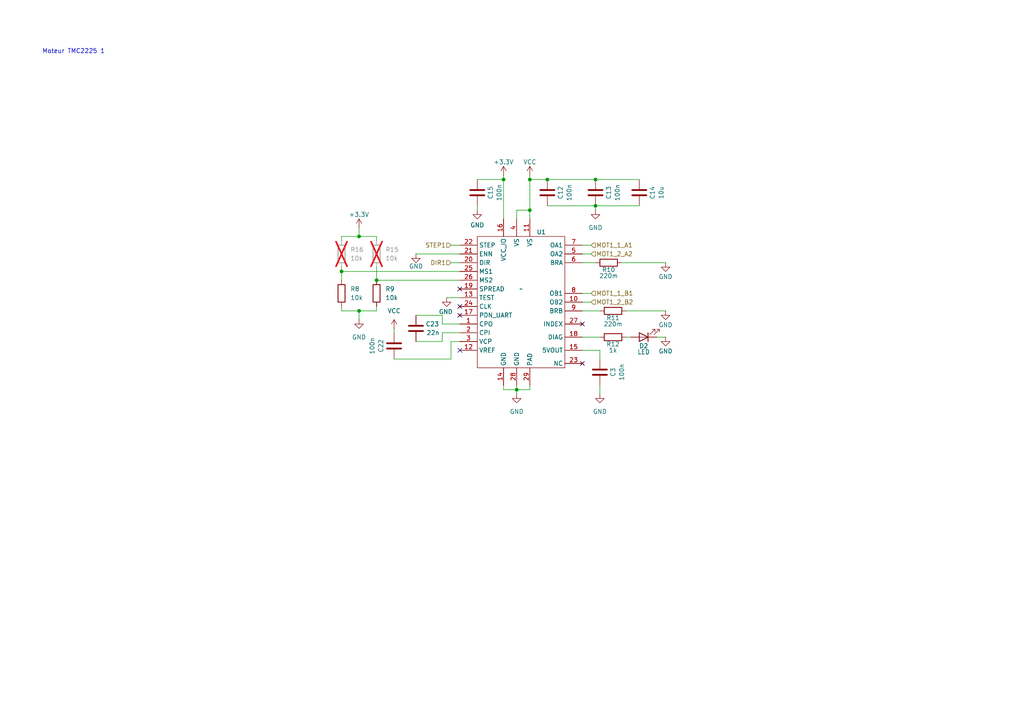
<source format=kicad_sch>
(kicad_sch
	(version 20250114)
	(generator "eeschema")
	(generator_version "9.0")
	(uuid "fc9094f0-6d8b-46ab-a227-23a41fce7153")
	(paper "A4")
	(lib_symbols
		(symbol "Device:C"
			(pin_numbers
				(hide yes)
			)
			(pin_names
				(offset 0.254)
			)
			(exclude_from_sim no)
			(in_bom yes)
			(on_board yes)
			(property "Reference" "C"
				(at 0.635 2.54 0)
				(effects
					(font
						(size 1.27 1.27)
					)
					(justify left)
				)
			)
			(property "Value" "C"
				(at 0.635 -2.54 0)
				(effects
					(font
						(size 1.27 1.27)
					)
					(justify left)
				)
			)
			(property "Footprint" ""
				(at 0.9652 -3.81 0)
				(effects
					(font
						(size 1.27 1.27)
					)
					(hide yes)
				)
			)
			(property "Datasheet" "~"
				(at 0 0 0)
				(effects
					(font
						(size 1.27 1.27)
					)
					(hide yes)
				)
			)
			(property "Description" "Unpolarized capacitor"
				(at 0 0 0)
				(effects
					(font
						(size 1.27 1.27)
					)
					(hide yes)
				)
			)
			(property "ki_keywords" "cap capacitor"
				(at 0 0 0)
				(effects
					(font
						(size 1.27 1.27)
					)
					(hide yes)
				)
			)
			(property "ki_fp_filters" "C_*"
				(at 0 0 0)
				(effects
					(font
						(size 1.27 1.27)
					)
					(hide yes)
				)
			)
			(symbol "C_0_1"
				(polyline
					(pts
						(xy -2.032 0.762) (xy 2.032 0.762)
					)
					(stroke
						(width 0.508)
						(type default)
					)
					(fill
						(type none)
					)
				)
				(polyline
					(pts
						(xy -2.032 -0.762) (xy 2.032 -0.762)
					)
					(stroke
						(width 0.508)
						(type default)
					)
					(fill
						(type none)
					)
				)
			)
			(symbol "C_1_1"
				(pin passive line
					(at 0 3.81 270)
					(length 2.794)
					(name "~"
						(effects
							(font
								(size 1.27 1.27)
							)
						)
					)
					(number "1"
						(effects
							(font
								(size 1.27 1.27)
							)
						)
					)
				)
				(pin passive line
					(at 0 -3.81 90)
					(length 2.794)
					(name "~"
						(effects
							(font
								(size 1.27 1.27)
							)
						)
					)
					(number "2"
						(effects
							(font
								(size 1.27 1.27)
							)
						)
					)
				)
			)
			(embedded_fonts no)
		)
		(symbol "Device:LED"
			(pin_numbers
				(hide yes)
			)
			(pin_names
				(offset 1.016)
				(hide yes)
			)
			(exclude_from_sim no)
			(in_bom yes)
			(on_board yes)
			(property "Reference" "D"
				(at 0 2.54 0)
				(effects
					(font
						(size 1.27 1.27)
					)
				)
			)
			(property "Value" "LED"
				(at 0 -2.54 0)
				(effects
					(font
						(size 1.27 1.27)
					)
				)
			)
			(property "Footprint" ""
				(at 0 0 0)
				(effects
					(font
						(size 1.27 1.27)
					)
					(hide yes)
				)
			)
			(property "Datasheet" "~"
				(at 0 0 0)
				(effects
					(font
						(size 1.27 1.27)
					)
					(hide yes)
				)
			)
			(property "Description" "Light emitting diode"
				(at 0 0 0)
				(effects
					(font
						(size 1.27 1.27)
					)
					(hide yes)
				)
			)
			(property "Sim.Pins" "1=K 2=A"
				(at 0 0 0)
				(effects
					(font
						(size 1.27 1.27)
					)
					(hide yes)
				)
			)
			(property "ki_keywords" "LED diode"
				(at 0 0 0)
				(effects
					(font
						(size 1.27 1.27)
					)
					(hide yes)
				)
			)
			(property "ki_fp_filters" "LED* LED_SMD:* LED_THT:*"
				(at 0 0 0)
				(effects
					(font
						(size 1.27 1.27)
					)
					(hide yes)
				)
			)
			(symbol "LED_0_1"
				(polyline
					(pts
						(xy -3.048 -0.762) (xy -4.572 -2.286) (xy -3.81 -2.286) (xy -4.572 -2.286) (xy -4.572 -1.524)
					)
					(stroke
						(width 0)
						(type default)
					)
					(fill
						(type none)
					)
				)
				(polyline
					(pts
						(xy -1.778 -0.762) (xy -3.302 -2.286) (xy -2.54 -2.286) (xy -3.302 -2.286) (xy -3.302 -1.524)
					)
					(stroke
						(width 0)
						(type default)
					)
					(fill
						(type none)
					)
				)
				(polyline
					(pts
						(xy -1.27 0) (xy 1.27 0)
					)
					(stroke
						(width 0)
						(type default)
					)
					(fill
						(type none)
					)
				)
				(polyline
					(pts
						(xy -1.27 -1.27) (xy -1.27 1.27)
					)
					(stroke
						(width 0.254)
						(type default)
					)
					(fill
						(type none)
					)
				)
				(polyline
					(pts
						(xy 1.27 -1.27) (xy 1.27 1.27) (xy -1.27 0) (xy 1.27 -1.27)
					)
					(stroke
						(width 0.254)
						(type default)
					)
					(fill
						(type none)
					)
				)
			)
			(symbol "LED_1_1"
				(pin passive line
					(at -3.81 0 0)
					(length 2.54)
					(name "K"
						(effects
							(font
								(size 1.27 1.27)
							)
						)
					)
					(number "1"
						(effects
							(font
								(size 1.27 1.27)
							)
						)
					)
				)
				(pin passive line
					(at 3.81 0 180)
					(length 2.54)
					(name "A"
						(effects
							(font
								(size 1.27 1.27)
							)
						)
					)
					(number "2"
						(effects
							(font
								(size 1.27 1.27)
							)
						)
					)
				)
			)
			(embedded_fonts no)
		)
		(symbol "Device:R"
			(pin_numbers
				(hide yes)
			)
			(pin_names
				(offset 0)
			)
			(exclude_from_sim no)
			(in_bom yes)
			(on_board yes)
			(property "Reference" "R"
				(at 2.032 0 90)
				(effects
					(font
						(size 1.27 1.27)
					)
				)
			)
			(property "Value" "R"
				(at 0 0 90)
				(effects
					(font
						(size 1.27 1.27)
					)
				)
			)
			(property "Footprint" ""
				(at -1.778 0 90)
				(effects
					(font
						(size 1.27 1.27)
					)
					(hide yes)
				)
			)
			(property "Datasheet" "~"
				(at 0 0 0)
				(effects
					(font
						(size 1.27 1.27)
					)
					(hide yes)
				)
			)
			(property "Description" "Resistor"
				(at 0 0 0)
				(effects
					(font
						(size 1.27 1.27)
					)
					(hide yes)
				)
			)
			(property "ki_keywords" "R res resistor"
				(at 0 0 0)
				(effects
					(font
						(size 1.27 1.27)
					)
					(hide yes)
				)
			)
			(property "ki_fp_filters" "R_*"
				(at 0 0 0)
				(effects
					(font
						(size 1.27 1.27)
					)
					(hide yes)
				)
			)
			(symbol "R_0_1"
				(rectangle
					(start -1.016 -2.54)
					(end 1.016 2.54)
					(stroke
						(width 0.254)
						(type default)
					)
					(fill
						(type none)
					)
				)
			)
			(symbol "R_1_1"
				(pin passive line
					(at 0 3.81 270)
					(length 1.27)
					(name "~"
						(effects
							(font
								(size 1.27 1.27)
							)
						)
					)
					(number "1"
						(effects
							(font
								(size 1.27 1.27)
							)
						)
					)
				)
				(pin passive line
					(at 0 -3.81 90)
					(length 1.27)
					(name "~"
						(effects
							(font
								(size 1.27 1.27)
							)
						)
					)
					(number "2"
						(effects
							(font
								(size 1.27 1.27)
							)
						)
					)
				)
			)
			(embedded_fonts no)
		)
		(symbol "My_Lib:TMC2225"
			(exclude_from_sim no)
			(in_bom yes)
			(on_board yes)
			(property "Reference" "U"
				(at 0 0 0)
				(effects
					(font
						(size 1.27 1.27)
					)
				)
			)
			(property "Value" ""
				(at 0 0 0)
				(effects
					(font
						(size 1.27 1.27)
					)
				)
			)
			(property "Footprint" ""
				(at 0 0 0)
				(effects
					(font
						(size 1.27 1.27)
					)
					(hide yes)
				)
			)
			(property "Datasheet" ""
				(at 0 0 0)
				(effects
					(font
						(size 1.27 1.27)
					)
					(hide yes)
				)
			)
			(property "Description" ""
				(at 0 0 0)
				(effects
					(font
						(size 1.27 1.27)
					)
					(hide yes)
				)
			)
			(symbol "TMC2225_0_0"
				(pin input line
					(at -17.78 12.7 0)
					(length 5.08)
					(name "STEP"
						(effects
							(font
								(size 1.27 1.27)
							)
						)
					)
					(number "22"
						(effects
							(font
								(size 1.27 1.27)
							)
						)
					)
				)
				(pin input line
					(at -17.78 10.16 0)
					(length 5.08)
					(name "ENN"
						(effects
							(font
								(size 1.27 1.27)
							)
						)
					)
					(number "21"
						(effects
							(font
								(size 1.27 1.27)
							)
						)
					)
				)
				(pin input line
					(at -17.78 7.62 0)
					(length 5.08)
					(name "DIR"
						(effects
							(font
								(size 1.27 1.27)
							)
						)
					)
					(number "20"
						(effects
							(font
								(size 1.27 1.27)
							)
						)
					)
				)
				(pin input line
					(at -17.78 5.08 0)
					(length 5.08)
					(name "MS1"
						(effects
							(font
								(size 1.27 1.27)
							)
						)
					)
					(number "25"
						(effects
							(font
								(size 1.27 1.27)
							)
						)
					)
				)
				(pin input line
					(at -17.78 2.54 0)
					(length 5.08)
					(name "MS2"
						(effects
							(font
								(size 1.27 1.27)
							)
						)
					)
					(number "26"
						(effects
							(font
								(size 1.27 1.27)
							)
						)
					)
				)
				(pin no_connect line
					(at -17.78 0 0)
					(length 5.08)
					(name "SPREAD"
						(effects
							(font
								(size 1.27 1.27)
							)
						)
					)
					(number "19"
						(effects
							(font
								(size 1.27 1.27)
							)
						)
					)
				)
				(pin input line
					(at -17.78 -2.54 0)
					(length 5.08)
					(name "TEST"
						(effects
							(font
								(size 1.27 1.27)
							)
						)
					)
					(number "13"
						(effects
							(font
								(size 1.27 1.27)
							)
						)
					)
				)
				(pin no_connect line
					(at -17.78 -5.08 0)
					(length 5.08)
					(name "CLK"
						(effects
							(font
								(size 1.27 1.27)
							)
						)
					)
					(number "24"
						(effects
							(font
								(size 1.27 1.27)
							)
						)
					)
				)
				(pin no_connect line
					(at -17.78 -7.62 0)
					(length 5.08)
					(name "PDN_UART"
						(effects
							(font
								(size 1.27 1.27)
							)
						)
					)
					(number "17"
						(effects
							(font
								(size 1.27 1.27)
							)
						)
					)
				)
				(pin passive line
					(at -17.78 -10.16 0)
					(length 5.08)
					(name "CPO"
						(effects
							(font
								(size 1.27 1.27)
							)
						)
					)
					(number "1"
						(effects
							(font
								(size 1.27 1.27)
							)
						)
					)
				)
				(pin passive line
					(at -17.78 -12.7 0)
					(length 5.08)
					(name "CPI"
						(effects
							(font
								(size 1.27 1.27)
							)
						)
					)
					(number "2"
						(effects
							(font
								(size 1.27 1.27)
							)
						)
					)
				)
				(pin passive line
					(at -17.78 -15.24 0)
					(length 5.08)
					(name "VCP"
						(effects
							(font
								(size 1.27 1.27)
							)
						)
					)
					(number "3"
						(effects
							(font
								(size 1.27 1.27)
							)
						)
					)
				)
				(pin input line
					(at -17.78 -17.78 0)
					(length 5.08)
					(name "VREF"
						(effects
							(font
								(size 1.27 1.27)
							)
						)
					)
					(number "12"
						(effects
							(font
								(size 1.27 1.27)
							)
						)
					)
				)
				(pin input line
					(at -5.08 20.32 270)
					(length 5.08)
					(name "VCC_IO"
						(effects
							(font
								(size 1.27 1.27)
							)
						)
					)
					(number "16"
						(effects
							(font
								(size 1.27 1.27)
							)
						)
					)
				)
				(pin input line
					(at -5.08 -27.94 90)
					(length 5.08)
					(name "GND"
						(effects
							(font
								(size 1.27 1.27)
							)
						)
					)
					(number "14"
						(effects
							(font
								(size 1.27 1.27)
							)
						)
					)
				)
				(pin input line
					(at -1.27 20.32 270)
					(length 5.08)
					(name "VS"
						(effects
							(font
								(size 1.27 1.27)
							)
						)
					)
					(number "4"
						(effects
							(font
								(size 1.27 1.27)
							)
						)
					)
				)
				(pin input line
					(at -1.27 -27.94 90)
					(length 5.08)
					(name "GND"
						(effects
							(font
								(size 1.27 1.27)
							)
						)
					)
					(number "28"
						(effects
							(font
								(size 1.27 1.27)
							)
						)
					)
				)
				(pin input line
					(at 2.54 20.32 270)
					(length 5.08)
					(name "VS"
						(effects
							(font
								(size 1.27 1.27)
							)
						)
					)
					(number "11"
						(effects
							(font
								(size 1.27 1.27)
							)
						)
					)
				)
				(pin input line
					(at 2.54 -27.94 90)
					(length 5.08)
					(name "PAD"
						(effects
							(font
								(size 1.27 1.27)
							)
						)
					)
					(number "29"
						(effects
							(font
								(size 1.27 1.27)
							)
						)
					)
				)
				(pin output line
					(at 17.78 12.7 180)
					(length 5.08)
					(name "OA1"
						(effects
							(font
								(size 1.27 1.27)
							)
						)
					)
					(number "7"
						(effects
							(font
								(size 1.27 1.27)
							)
						)
					)
				)
				(pin output line
					(at 17.78 10.16 180)
					(length 5.08)
					(name "OA2"
						(effects
							(font
								(size 1.27 1.27)
							)
						)
					)
					(number "5"
						(effects
							(font
								(size 1.27 1.27)
							)
						)
					)
				)
				(pin output line
					(at 17.78 7.62 180)
					(length 5.08)
					(name "BRA"
						(effects
							(font
								(size 1.27 1.27)
							)
						)
					)
					(number "6"
						(effects
							(font
								(size 1.27 1.27)
							)
						)
					)
				)
				(pin output line
					(at 17.78 -1.27 180)
					(length 5.08)
					(name "OB1"
						(effects
							(font
								(size 1.27 1.27)
							)
						)
					)
					(number "8"
						(effects
							(font
								(size 1.27 1.27)
							)
						)
					)
				)
				(pin output line
					(at 17.78 -3.81 180)
					(length 5.08)
					(name "OB2"
						(effects
							(font
								(size 1.27 1.27)
							)
						)
					)
					(number "10"
						(effects
							(font
								(size 1.27 1.27)
							)
						)
					)
				)
				(pin output line
					(at 17.78 -6.35 180)
					(length 5.08)
					(name "BRB"
						(effects
							(font
								(size 1.27 1.27)
							)
						)
					)
					(number "9"
						(effects
							(font
								(size 1.27 1.27)
							)
						)
					)
				)
				(pin no_connect line
					(at 17.78 -10.16 180)
					(length 5.08)
					(name "INDEX"
						(effects
							(font
								(size 1.27 1.27)
							)
						)
					)
					(number "27"
						(effects
							(font
								(size 1.27 1.27)
							)
						)
					)
				)
				(pin output line
					(at 17.78 -13.97 180)
					(length 5.08)
					(name "DIAG"
						(effects
							(font
								(size 1.27 1.27)
							)
						)
					)
					(number "18"
						(effects
							(font
								(size 1.27 1.27)
							)
						)
					)
				)
				(pin passive line
					(at 17.78 -17.78 180)
					(length 5.08)
					(name "5VOUT"
						(effects
							(font
								(size 1.27 1.27)
							)
						)
					)
					(number "15"
						(effects
							(font
								(size 1.27 1.27)
							)
						)
					)
				)
				(pin no_connect line
					(at 17.78 -21.59 180)
					(length 5.08)
					(name "NC"
						(effects
							(font
								(size 1.27 1.27)
							)
						)
					)
					(number "23"
						(effects
							(font
								(size 1.27 1.27)
							)
						)
					)
				)
			)
			(symbol "TMC2225_0_1"
				(polyline
					(pts
						(xy -12.7 15.24) (xy 12.7 15.24) (xy 12.7 -22.86) (xy -12.7 -22.86) (xy -12.7 15.24)
					)
					(stroke
						(width 0.1524)
						(type solid)
					)
					(fill
						(type none)
					)
				)
			)
			(embedded_fonts no)
		)
		(symbol "power:+3.3V"
			(power)
			(pin_numbers
				(hide yes)
			)
			(pin_names
				(offset 0)
				(hide yes)
			)
			(exclude_from_sim no)
			(in_bom yes)
			(on_board yes)
			(property "Reference" "#PWR"
				(at 0 -3.81 0)
				(effects
					(font
						(size 1.27 1.27)
					)
					(hide yes)
				)
			)
			(property "Value" "+3.3V"
				(at 0 3.556 0)
				(effects
					(font
						(size 1.27 1.27)
					)
				)
			)
			(property "Footprint" ""
				(at 0 0 0)
				(effects
					(font
						(size 1.27 1.27)
					)
					(hide yes)
				)
			)
			(property "Datasheet" ""
				(at 0 0 0)
				(effects
					(font
						(size 1.27 1.27)
					)
					(hide yes)
				)
			)
			(property "Description" "Power symbol creates a global label with name \"+3.3V\""
				(at 0 0 0)
				(effects
					(font
						(size 1.27 1.27)
					)
					(hide yes)
				)
			)
			(property "ki_keywords" "global power"
				(at 0 0 0)
				(effects
					(font
						(size 1.27 1.27)
					)
					(hide yes)
				)
			)
			(symbol "+3.3V_0_1"
				(polyline
					(pts
						(xy -0.762 1.27) (xy 0 2.54)
					)
					(stroke
						(width 0)
						(type default)
					)
					(fill
						(type none)
					)
				)
				(polyline
					(pts
						(xy 0 2.54) (xy 0.762 1.27)
					)
					(stroke
						(width 0)
						(type default)
					)
					(fill
						(type none)
					)
				)
				(polyline
					(pts
						(xy 0 0) (xy 0 2.54)
					)
					(stroke
						(width 0)
						(type default)
					)
					(fill
						(type none)
					)
				)
			)
			(symbol "+3.3V_1_1"
				(pin power_in line
					(at 0 0 90)
					(length 0)
					(name "~"
						(effects
							(font
								(size 1.27 1.27)
							)
						)
					)
					(number "1"
						(effects
							(font
								(size 1.27 1.27)
							)
						)
					)
				)
			)
			(embedded_fonts no)
		)
		(symbol "power:GND"
			(power)
			(pin_numbers
				(hide yes)
			)
			(pin_names
				(offset 0)
				(hide yes)
			)
			(exclude_from_sim no)
			(in_bom yes)
			(on_board yes)
			(property "Reference" "#PWR"
				(at 0 -6.35 0)
				(effects
					(font
						(size 1.27 1.27)
					)
					(hide yes)
				)
			)
			(property "Value" "GND"
				(at 0 -3.81 0)
				(effects
					(font
						(size 1.27 1.27)
					)
				)
			)
			(property "Footprint" ""
				(at 0 0 0)
				(effects
					(font
						(size 1.27 1.27)
					)
					(hide yes)
				)
			)
			(property "Datasheet" ""
				(at 0 0 0)
				(effects
					(font
						(size 1.27 1.27)
					)
					(hide yes)
				)
			)
			(property "Description" "Power symbol creates a global label with name \"GND\" , ground"
				(at 0 0 0)
				(effects
					(font
						(size 1.27 1.27)
					)
					(hide yes)
				)
			)
			(property "ki_keywords" "global power"
				(at 0 0 0)
				(effects
					(font
						(size 1.27 1.27)
					)
					(hide yes)
				)
			)
			(symbol "GND_0_1"
				(polyline
					(pts
						(xy 0 0) (xy 0 -1.27) (xy 1.27 -1.27) (xy 0 -2.54) (xy -1.27 -1.27) (xy 0 -1.27)
					)
					(stroke
						(width 0)
						(type default)
					)
					(fill
						(type none)
					)
				)
			)
			(symbol "GND_1_1"
				(pin power_in line
					(at 0 0 270)
					(length 0)
					(name "~"
						(effects
							(font
								(size 1.27 1.27)
							)
						)
					)
					(number "1"
						(effects
							(font
								(size 1.27 1.27)
							)
						)
					)
				)
			)
			(embedded_fonts no)
		)
		(symbol "power:VCC"
			(power)
			(pin_numbers
				(hide yes)
			)
			(pin_names
				(offset 0)
				(hide yes)
			)
			(exclude_from_sim no)
			(in_bom yes)
			(on_board yes)
			(property "Reference" "#PWR"
				(at 0 -3.81 0)
				(effects
					(font
						(size 1.27 1.27)
					)
					(hide yes)
				)
			)
			(property "Value" "VCC"
				(at 0 3.556 0)
				(effects
					(font
						(size 1.27 1.27)
					)
				)
			)
			(property "Footprint" ""
				(at 0 0 0)
				(effects
					(font
						(size 1.27 1.27)
					)
					(hide yes)
				)
			)
			(property "Datasheet" ""
				(at 0 0 0)
				(effects
					(font
						(size 1.27 1.27)
					)
					(hide yes)
				)
			)
			(property "Description" "Power symbol creates a global label with name \"VCC\""
				(at 0 0 0)
				(effects
					(font
						(size 1.27 1.27)
					)
					(hide yes)
				)
			)
			(property "ki_keywords" "global power"
				(at 0 0 0)
				(effects
					(font
						(size 1.27 1.27)
					)
					(hide yes)
				)
			)
			(symbol "VCC_0_1"
				(polyline
					(pts
						(xy -0.762 1.27) (xy 0 2.54)
					)
					(stroke
						(width 0)
						(type default)
					)
					(fill
						(type none)
					)
				)
				(polyline
					(pts
						(xy 0 2.54) (xy 0.762 1.27)
					)
					(stroke
						(width 0)
						(type default)
					)
					(fill
						(type none)
					)
				)
				(polyline
					(pts
						(xy 0 0) (xy 0 2.54)
					)
					(stroke
						(width 0)
						(type default)
					)
					(fill
						(type none)
					)
				)
			)
			(symbol "VCC_1_1"
				(pin power_in line
					(at 0 0 90)
					(length 0)
					(name "~"
						(effects
							(font
								(size 1.27 1.27)
							)
						)
					)
					(number "1"
						(effects
							(font
								(size 1.27 1.27)
							)
						)
					)
				)
			)
			(embedded_fonts no)
		)
	)
	(text "Moteur TMC2225 1"
		(exclude_from_sim no)
		(at 21.336 14.986 0)
		(effects
			(font
				(size 1.27 1.27)
			)
		)
		(uuid "0904b7f1-9769-4386-a9c1-99b590c5424e")
	)
	(junction
		(at 109.22 81.28)
		(diameter 0)
		(color 0 0 0 0)
		(uuid "15e81a54-2573-446b-aae1-a6a26cb51a8f")
	)
	(junction
		(at 99.06 78.74)
		(diameter 0)
		(color 0 0 0 0)
		(uuid "39bcbc93-ca9e-42a0-9ad9-9922ad632420")
	)
	(junction
		(at 153.67 60.96)
		(diameter 0)
		(color 0 0 0 0)
		(uuid "618dc99b-0a93-4bf6-ad3c-64e1d536428e")
	)
	(junction
		(at 104.14 68.58)
		(diameter 0)
		(color 0 0 0 0)
		(uuid "64ca6fed-b4b2-4c63-a30a-325495fd5877")
	)
	(junction
		(at 146.05 52.07)
		(diameter 0)
		(color 0 0 0 0)
		(uuid "adb172df-e3e5-40df-852e-484c6cde8fa8")
	)
	(junction
		(at 149.86 113.03)
		(diameter 0)
		(color 0 0 0 0)
		(uuid "b168d02e-867d-40e4-a782-ee3264c99833")
	)
	(junction
		(at 172.72 52.07)
		(diameter 0)
		(color 0 0 0 0)
		(uuid "b233b01a-c559-47c1-ab49-41e88e488e0d")
	)
	(junction
		(at 153.67 52.07)
		(diameter 0)
		(color 0 0 0 0)
		(uuid "d741004a-bac4-48b6-b325-8aad17b4f921")
	)
	(junction
		(at 104.14 90.17)
		(diameter 0)
		(color 0 0 0 0)
		(uuid "e16ae274-5da5-40b8-93a8-7b0e727a9d38")
	)
	(junction
		(at 172.72 59.69)
		(diameter 0)
		(color 0 0 0 0)
		(uuid "e8acc98e-b36e-4040-9f10-de2dcd6dee5f")
	)
	(junction
		(at 158.75 52.07)
		(diameter 0)
		(color 0 0 0 0)
		(uuid "f2d1ebf2-f00e-4de3-a55e-ce3b0ce45366")
	)
	(no_connect
		(at 133.35 83.82)
		(uuid "012a1602-5695-459c-ae74-2e311f4c2a31")
	)
	(no_connect
		(at 168.91 105.41)
		(uuid "4c2d4553-fadd-46cf-9180-a3dacd0cd802")
	)
	(no_connect
		(at 168.91 93.98)
		(uuid "93b20472-ca9b-4f25-b3ac-64b8ef308581")
	)
	(no_connect
		(at 133.35 91.44)
		(uuid "9ec4ba92-04d9-49b7-9aca-c8ff787278d5")
	)
	(no_connect
		(at 133.35 88.9)
		(uuid "c63f7267-c0cc-4cc5-9be4-2e4131b1857a")
	)
	(no_connect
		(at 133.35 101.6)
		(uuid "d45b06e7-4f25-4713-83ef-0d4ca7318027")
	)
	(wire
		(pts
			(xy 129.54 86.36) (xy 133.35 86.36)
		)
		(stroke
			(width 0)
			(type default)
		)
		(uuid "01e803be-fc94-4b34-adcb-6909ee75c7b2")
	)
	(wire
		(pts
			(xy 128.27 99.06) (xy 120.65 99.06)
		)
		(stroke
			(width 0)
			(type default)
		)
		(uuid "0a8293be-9cf3-4e81-a9b1-60bd4560c196")
	)
	(wire
		(pts
			(xy 99.06 68.58) (xy 99.06 69.85)
		)
		(stroke
			(width 0)
			(type default)
		)
		(uuid "0cdcb1c9-1c86-411c-9efc-997878135065")
	)
	(wire
		(pts
			(xy 153.67 50.8) (xy 153.67 52.07)
		)
		(stroke
			(width 0)
			(type default)
		)
		(uuid "0da51132-212d-433a-8cf7-d1cc693ac9b6")
	)
	(wire
		(pts
			(xy 153.67 111.76) (xy 153.67 113.03)
		)
		(stroke
			(width 0)
			(type default)
		)
		(uuid "1136795f-8c92-4861-b1a5-337f353273fd")
	)
	(wire
		(pts
			(xy 168.91 87.63) (xy 171.45 87.63)
		)
		(stroke
			(width 0)
			(type default)
		)
		(uuid "136abd53-a497-4124-97c9-5d842cf2df59")
	)
	(wire
		(pts
			(xy 114.3 95.25) (xy 114.3 96.52)
		)
		(stroke
			(width 0)
			(type default)
		)
		(uuid "17984b44-694c-4aa2-93b5-05137d7bd3ca")
	)
	(wire
		(pts
			(xy 99.06 78.74) (xy 133.35 78.74)
		)
		(stroke
			(width 0)
			(type default)
		)
		(uuid "1a602793-6695-46a5-93cb-904d5518961b")
	)
	(wire
		(pts
			(xy 99.06 90.17) (xy 104.14 90.17)
		)
		(stroke
			(width 0)
			(type default)
		)
		(uuid "2cf46f45-311a-4a16-823c-b831bf899bec")
	)
	(wire
		(pts
			(xy 149.86 113.03) (xy 149.86 114.3)
		)
		(stroke
			(width 0)
			(type default)
		)
		(uuid "2e658881-1157-4412-accc-fb02c4a67184")
	)
	(wire
		(pts
			(xy 130.81 104.14) (xy 130.81 99.06)
		)
		(stroke
			(width 0)
			(type default)
		)
		(uuid "371f1628-c26b-4830-81b9-63678e029f2d")
	)
	(wire
		(pts
			(xy 149.86 113.03) (xy 153.67 113.03)
		)
		(stroke
			(width 0)
			(type default)
		)
		(uuid "3a04b91c-c600-418e-b5ad-62785692a2c8")
	)
	(wire
		(pts
			(xy 99.06 78.74) (xy 99.06 81.28)
		)
		(stroke
			(width 0)
			(type default)
		)
		(uuid "3d8c675d-c54f-495c-8b66-2f3dcc38eba5")
	)
	(wire
		(pts
			(xy 173.99 101.6) (xy 173.99 104.14)
		)
		(stroke
			(width 0)
			(type default)
		)
		(uuid "5215e1f2-6e04-4dc0-9ac3-801e7f1711cf")
	)
	(wire
		(pts
			(xy 172.72 52.07) (xy 185.42 52.07)
		)
		(stroke
			(width 0)
			(type default)
		)
		(uuid "576499a4-3fec-469f-8cc3-23731abcf952")
	)
	(wire
		(pts
			(xy 168.91 76.2) (xy 172.72 76.2)
		)
		(stroke
			(width 0)
			(type default)
		)
		(uuid "5e5ae37a-8665-4b52-b749-54f80d7aae4a")
	)
	(wire
		(pts
			(xy 138.43 52.07) (xy 146.05 52.07)
		)
		(stroke
			(width 0)
			(type default)
		)
		(uuid "6168f387-5a07-431f-b44b-4e9e01c2deb6")
	)
	(wire
		(pts
			(xy 109.22 88.9) (xy 109.22 90.17)
		)
		(stroke
			(width 0)
			(type default)
		)
		(uuid "6760a2b8-c2a4-4689-8e16-c02248cf9e58")
	)
	(wire
		(pts
			(xy 146.05 52.07) (xy 146.05 63.5)
		)
		(stroke
			(width 0)
			(type default)
		)
		(uuid "68852f54-5436-4d2a-a9a7-3fb06dd8ae37")
	)
	(wire
		(pts
			(xy 168.91 97.79) (xy 173.99 97.79)
		)
		(stroke
			(width 0)
			(type default)
		)
		(uuid "68d2b505-56ea-42ed-9f2e-b3c82e8f5b6d")
	)
	(wire
		(pts
			(xy 158.75 52.07) (xy 172.72 52.07)
		)
		(stroke
			(width 0)
			(type default)
		)
		(uuid "70e3ea88-2224-46ae-a57b-2e3be222fbb1")
	)
	(wire
		(pts
			(xy 104.14 68.58) (xy 99.06 68.58)
		)
		(stroke
			(width 0)
			(type default)
		)
		(uuid "779198cd-b499-4ff2-aaf7-b524a4ecd48d")
	)
	(wire
		(pts
			(xy 146.05 113.03) (xy 149.86 113.03)
		)
		(stroke
			(width 0)
			(type default)
		)
		(uuid "7aad893e-f128-45c7-bdfe-3427455e9619")
	)
	(wire
		(pts
			(xy 146.05 111.76) (xy 146.05 113.03)
		)
		(stroke
			(width 0)
			(type default)
		)
		(uuid "827acdfa-d166-4d22-8294-901ad356697b")
	)
	(wire
		(pts
			(xy 181.61 97.79) (xy 182.88 97.79)
		)
		(stroke
			(width 0)
			(type default)
		)
		(uuid "8b6c1e5b-cbbe-408d-9b83-3199db5c6cc1")
	)
	(wire
		(pts
			(xy 128.27 96.52) (xy 128.27 99.06)
		)
		(stroke
			(width 0)
			(type default)
		)
		(uuid "8c7cf34f-e139-4b60-8dec-bce35fc762ae")
	)
	(wire
		(pts
			(xy 168.91 85.09) (xy 171.45 85.09)
		)
		(stroke
			(width 0)
			(type default)
		)
		(uuid "8e46822e-f915-4f60-8804-68d2814f93d4")
	)
	(wire
		(pts
			(xy 104.14 68.58) (xy 109.22 68.58)
		)
		(stroke
			(width 0)
			(type default)
		)
		(uuid "934f9c73-da73-4a26-9f3c-a027b1334213")
	)
	(wire
		(pts
			(xy 104.14 90.17) (xy 104.14 92.71)
		)
		(stroke
			(width 0)
			(type default)
		)
		(uuid "94b3d77e-635f-45d7-8047-ffb02700583f")
	)
	(wire
		(pts
			(xy 130.81 99.06) (xy 133.35 99.06)
		)
		(stroke
			(width 0)
			(type default)
		)
		(uuid "9a5c6c40-06ee-4744-9cdd-046cced3b416")
	)
	(wire
		(pts
			(xy 149.86 63.5) (xy 149.86 60.96)
		)
		(stroke
			(width 0)
			(type default)
		)
		(uuid "a0a7e60c-f661-4a69-b02f-8fca472300d8")
	)
	(wire
		(pts
			(xy 133.35 96.52) (xy 128.27 96.52)
		)
		(stroke
			(width 0)
			(type default)
		)
		(uuid "a1030de1-ebc1-462d-939a-5958bbe43f7f")
	)
	(wire
		(pts
			(xy 130.81 71.12) (xy 133.35 71.12)
		)
		(stroke
			(width 0)
			(type default)
		)
		(uuid "a22660af-dfc8-4b51-a5bd-6e797f3163b5")
	)
	(wire
		(pts
			(xy 120.65 91.44) (xy 128.27 91.44)
		)
		(stroke
			(width 0)
			(type default)
		)
		(uuid "a4a6cbc7-bb02-4ae9-855b-ac81616bd718")
	)
	(wire
		(pts
			(xy 180.34 76.2) (xy 193.04 76.2)
		)
		(stroke
			(width 0)
			(type default)
		)
		(uuid "a89d5ff3-85f3-4dc4-a2c4-f65f19869ef1")
	)
	(wire
		(pts
			(xy 168.91 71.12) (xy 171.45 71.12)
		)
		(stroke
			(width 0)
			(type default)
		)
		(uuid "a957adaa-7dd7-4bdf-9fe1-b93ee8871380")
	)
	(wire
		(pts
			(xy 130.81 76.2) (xy 133.35 76.2)
		)
		(stroke
			(width 0)
			(type default)
		)
		(uuid "b00c9491-ef0d-4806-8ee9-8cf87161d760")
	)
	(wire
		(pts
			(xy 158.75 59.69) (xy 172.72 59.69)
		)
		(stroke
			(width 0)
			(type default)
		)
		(uuid "b152f744-5e0c-414c-9274-9159d02f684d")
	)
	(wire
		(pts
			(xy 172.72 59.69) (xy 185.42 59.69)
		)
		(stroke
			(width 0)
			(type default)
		)
		(uuid "b184b522-0098-4493-b406-977ab41b4934")
	)
	(wire
		(pts
			(xy 181.61 90.17) (xy 193.04 90.17)
		)
		(stroke
			(width 0)
			(type default)
		)
		(uuid "b5e79786-b62c-457a-a67b-3700b7b32b9a")
	)
	(wire
		(pts
			(xy 133.35 93.98) (xy 128.27 93.98)
		)
		(stroke
			(width 0)
			(type default)
		)
		(uuid "b5ffe622-45b1-4469-9cc6-bdd1333bd677")
	)
	(wire
		(pts
			(xy 172.72 60.96) (xy 172.72 59.69)
		)
		(stroke
			(width 0)
			(type default)
		)
		(uuid "b656e66c-c2d7-4158-b5db-9cae5cac8535")
	)
	(wire
		(pts
			(xy 128.27 93.98) (xy 128.27 91.44)
		)
		(stroke
			(width 0)
			(type default)
		)
		(uuid "bda390e7-ca61-4f0b-9378-4a350ab73190")
	)
	(wire
		(pts
			(xy 133.35 73.66) (xy 120.65 73.66)
		)
		(stroke
			(width 0)
			(type default)
		)
		(uuid "c3dca2de-72f2-4f3d-ba3c-35547f5b1886")
	)
	(wire
		(pts
			(xy 99.06 77.47) (xy 99.06 78.74)
		)
		(stroke
			(width 0)
			(type default)
		)
		(uuid "c42d374b-bc22-4e16-a68e-755b68589a83")
	)
	(wire
		(pts
			(xy 149.86 111.76) (xy 149.86 113.03)
		)
		(stroke
			(width 0)
			(type default)
		)
		(uuid "c4df93cb-dc3d-41d6-81c9-76ed5b5b209e")
	)
	(wire
		(pts
			(xy 173.99 111.76) (xy 173.99 114.3)
		)
		(stroke
			(width 0)
			(type default)
		)
		(uuid "c50e0c00-6cbc-46cf-b175-a28114b7519f")
	)
	(wire
		(pts
			(xy 104.14 90.17) (xy 109.22 90.17)
		)
		(stroke
			(width 0)
			(type default)
		)
		(uuid "ccf9c5b5-d134-49c9-a991-1cb855505920")
	)
	(wire
		(pts
			(xy 104.14 68.58) (xy 104.14 66.04)
		)
		(stroke
			(width 0)
			(type default)
		)
		(uuid "d5d7c8b0-6af2-42fd-acb0-dbcfaf137657")
	)
	(wire
		(pts
			(xy 168.91 101.6) (xy 173.99 101.6)
		)
		(stroke
			(width 0)
			(type default)
		)
		(uuid "d80c94e3-528a-4152-bced-cfc6b7bc5ca4")
	)
	(wire
		(pts
			(xy 146.05 50.8) (xy 146.05 52.07)
		)
		(stroke
			(width 0)
			(type default)
		)
		(uuid "db6bdadc-8ca6-4e41-b018-8b8931b09899")
	)
	(wire
		(pts
			(xy 109.22 77.47) (xy 109.22 81.28)
		)
		(stroke
			(width 0)
			(type default)
		)
		(uuid "dccb26dc-0eee-41ae-a30d-f0594eb762d0")
	)
	(wire
		(pts
			(xy 190.5 97.79) (xy 193.04 97.79)
		)
		(stroke
			(width 0)
			(type default)
		)
		(uuid "dfb4500f-f356-4e9a-86e0-187fdd84ddda")
	)
	(wire
		(pts
			(xy 153.67 52.07) (xy 158.75 52.07)
		)
		(stroke
			(width 0)
			(type default)
		)
		(uuid "e2eb4aac-42c3-4956-aa91-ea1be4fca27c")
	)
	(wire
		(pts
			(xy 168.91 90.17) (xy 173.99 90.17)
		)
		(stroke
			(width 0)
			(type default)
		)
		(uuid "e3afa10f-07d3-49bd-a064-713175b88665")
	)
	(wire
		(pts
			(xy 149.86 60.96) (xy 153.67 60.96)
		)
		(stroke
			(width 0)
			(type default)
		)
		(uuid "e494f0b9-1d66-4927-b850-a08c13b3df1b")
	)
	(wire
		(pts
			(xy 109.22 68.58) (xy 109.22 69.85)
		)
		(stroke
			(width 0)
			(type default)
		)
		(uuid "e52099ea-3343-4b9d-ae1a-a161cda2c6f9")
	)
	(wire
		(pts
			(xy 168.91 73.66) (xy 171.45 73.66)
		)
		(stroke
			(width 0)
			(type default)
		)
		(uuid "e71533d0-d22d-4b58-9e70-767d2ec647aa")
	)
	(wire
		(pts
			(xy 153.67 60.96) (xy 153.67 63.5)
		)
		(stroke
			(width 0)
			(type default)
		)
		(uuid "e798389b-ebc6-4090-9626-57c44968a27b")
	)
	(wire
		(pts
			(xy 109.22 81.28) (xy 133.35 81.28)
		)
		(stroke
			(width 0)
			(type default)
		)
		(uuid "e8777038-96a8-4133-90a9-eb9fdc102f39")
	)
	(wire
		(pts
			(xy 138.43 60.96) (xy 138.43 59.69)
		)
		(stroke
			(width 0)
			(type default)
		)
		(uuid "f2f66ac9-a0e8-4f5c-95b9-5f9e40664dd2")
	)
	(wire
		(pts
			(xy 153.67 52.07) (xy 153.67 60.96)
		)
		(stroke
			(width 0)
			(type default)
		)
		(uuid "f40dd06d-3d36-41a6-a3b2-39e15bd5ac30")
	)
	(wire
		(pts
			(xy 99.06 88.9) (xy 99.06 90.17)
		)
		(stroke
			(width 0)
			(type default)
		)
		(uuid "f5ca7f96-f781-4dcf-adba-e8995446dce5")
	)
	(wire
		(pts
			(xy 114.3 104.14) (xy 130.81 104.14)
		)
		(stroke
			(width 0)
			(type default)
		)
		(uuid "fd4a12f2-de4f-4810-9579-4edb926871cb")
	)
	(hierarchical_label "MOT1_1_B1"
		(shape input)
		(at 171.45 85.09 0)
		(effects
			(font
				(size 1.27 1.27)
			)
			(justify left)
		)
		(uuid "3be24093-9f6c-46f9-8f13-e16f18146571")
	)
	(hierarchical_label "MOT1_1_A1"
		(shape input)
		(at 171.45 71.12 0)
		(effects
			(font
				(size 1.27 1.27)
			)
			(justify left)
		)
		(uuid "3de0ac51-fdd3-4ede-83f5-778b6786548b")
	)
	(hierarchical_label "DIR1"
		(shape input)
		(at 130.81 76.2 180)
		(effects
			(font
				(size 1.27 1.27)
			)
			(justify right)
		)
		(uuid "b233963e-bc1b-4876-9ef8-33d0693e6b4e")
	)
	(hierarchical_label "STEP1"
		(shape input)
		(at 130.81 71.12 180)
		(effects
			(font
				(size 1.27 1.27)
			)
			(justify right)
		)
		(uuid "bb072ddd-1980-41fa-8f88-115bb3834aa5")
	)
	(hierarchical_label "MOT1_2_A2"
		(shape input)
		(at 171.45 73.66 0)
		(effects
			(font
				(size 1.27 1.27)
			)
			(justify left)
		)
		(uuid "c4fdf889-2d36-497d-a13d-199437382599")
	)
	(hierarchical_label "MOT1_2_B2"
		(shape input)
		(at 171.45 87.63 0)
		(effects
			(font
				(size 1.27 1.27)
			)
			(justify left)
		)
		(uuid "d11bf51d-89ca-458f-bec3-e7b3f0e51841")
	)
	(symbol
		(lib_id "Device:C")
		(at 158.75 55.88 0)
		(unit 1)
		(exclude_from_sim no)
		(in_bom yes)
		(on_board yes)
		(dnp no)
		(uuid "01151e91-9861-44a6-854b-cba38d0f5f3a")
		(property "Reference" "C12"
			(at 162.56 55.88 90)
			(effects
				(font
					(size 1.27 1.27)
				)
			)
		)
		(property "Value" "100n"
			(at 165.1 55.88 90)
			(effects
				(font
					(size 1.27 1.27)
				)
			)
		)
		(property "Footprint" "Capacitor_SMD:C_0805_2012Metric"
			(at 159.7152 59.69 0)
			(effects
				(font
					(size 1.27 1.27)
				)
				(hide yes)
			)
		)
		(property "Datasheet" "~"
			(at 158.75 55.88 0)
			(effects
				(font
					(size 1.27 1.27)
				)
				(hide yes)
			)
		)
		(property "Description" ""
			(at 158.75 55.88 0)
			(effects
				(font
					(size 1.27 1.27)
				)
			)
		)
		(pin "1"
			(uuid "4ab88646-9883-45b3-a581-92f4596c93fb")
		)
		(pin "2"
			(uuid "5d9fd745-d833-49b8-92f3-ac51c70ded31")
		)
		(instances
			(project "Projet 6 KICAD CLS COMPLET"
				(path "/917aa03c-3980-4eba-8700-b55c1cb55f0b/13863843-c0bc-4855-b513-75f510586b85"
					(reference "C12")
					(unit 1)
				)
				(path "/917aa03c-3980-4eba-8700-b55c1cb55f0b/cc12e83b-5772-4f19-83af-a736ca690e09"
					(reference "C8")
					(unit 1)
				)
			)
		)
	)
	(symbol
		(lib_id "Device:C")
		(at 138.43 55.88 0)
		(unit 1)
		(exclude_from_sim no)
		(in_bom yes)
		(on_board yes)
		(dnp no)
		(uuid "07f28629-51dc-43ec-8eed-05eba320f98c")
		(property "Reference" "C15"
			(at 142.24 55.88 90)
			(effects
				(font
					(size 1.27 1.27)
				)
			)
		)
		(property "Value" "100n"
			(at 144.78 55.88 90)
			(effects
				(font
					(size 1.27 1.27)
				)
			)
		)
		(property "Footprint" "Capacitor_SMD:C_0805_2012Metric"
			(at 139.3952 59.69 0)
			(effects
				(font
					(size 1.27 1.27)
				)
				(hide yes)
			)
		)
		(property "Datasheet" "~"
			(at 138.43 55.88 0)
			(effects
				(font
					(size 1.27 1.27)
				)
				(hide yes)
			)
		)
		(property "Description" ""
			(at 138.43 55.88 0)
			(effects
				(font
					(size 1.27 1.27)
				)
			)
		)
		(pin "1"
			(uuid "11bdd538-e467-4dd8-9965-5dcb60c9c3a6")
		)
		(pin "2"
			(uuid "e88b8fa9-00cf-4705-b7cb-61f65b604625")
		)
		(instances
			(project "Projet 6 KICAD CLS COMPLET"
				(path "/917aa03c-3980-4eba-8700-b55c1cb55f0b/13863843-c0bc-4855-b513-75f510586b85"
					(reference "C15")
					(unit 1)
				)
				(path "/917aa03c-3980-4eba-8700-b55c1cb55f0b/cc12e83b-5772-4f19-83af-a736ca690e09"
					(reference "C7")
					(unit 1)
				)
			)
		)
	)
	(symbol
		(lib_id "power:GND")
		(at 104.14 92.71 0)
		(unit 1)
		(exclude_from_sim no)
		(in_bom yes)
		(on_board yes)
		(dnp no)
		(fields_autoplaced yes)
		(uuid "105eea72-99ad-4b66-8cab-e1c65c89a782")
		(property "Reference" "#PWR014"
			(at 104.14 99.06 0)
			(effects
				(font
					(size 1.27 1.27)
				)
				(hide yes)
			)
		)
		(property "Value" "GND"
			(at 104.14 97.79 0)
			(effects
				(font
					(size 1.27 1.27)
				)
			)
		)
		(property "Footprint" ""
			(at 104.14 92.71 0)
			(effects
				(font
					(size 1.27 1.27)
				)
				(hide yes)
			)
		)
		(property "Datasheet" ""
			(at 104.14 92.71 0)
			(effects
				(font
					(size 1.27 1.27)
				)
				(hide yes)
			)
		)
		(property "Description" ""
			(at 104.14 92.71 0)
			(effects
				(font
					(size 1.27 1.27)
				)
			)
		)
		(pin "1"
			(uuid "f0d6d7c6-0cf4-4c1f-9c9c-95f9aaa80a04")
		)
		(instances
			(project "Projet 6 KICAD CLS COMPLET"
				(path "/917aa03c-3980-4eba-8700-b55c1cb55f0b/13863843-c0bc-4855-b513-75f510586b85"
					(reference "#PWR014")
					(unit 1)
				)
				(path "/917aa03c-3980-4eba-8700-b55c1cb55f0b/cc12e83b-5772-4f19-83af-a736ca690e09"
					(reference "#PWR037")
					(unit 1)
				)
			)
		)
	)
	(symbol
		(lib_id "Device:C")
		(at 173.99 107.95 0)
		(unit 1)
		(exclude_from_sim no)
		(in_bom yes)
		(on_board yes)
		(dnp no)
		(uuid "10601346-1cc1-4254-9c2a-1d0f9acd642d")
		(property "Reference" "C3"
			(at 177.8 107.95 90)
			(effects
				(font
					(size 1.27 1.27)
				)
			)
		)
		(property "Value" "100n"
			(at 180.34 107.95 90)
			(effects
				(font
					(size 1.27 1.27)
				)
			)
		)
		(property "Footprint" "Capacitor_SMD:C_0805_2012Metric"
			(at 174.9552 111.76 0)
			(effects
				(font
					(size 1.27 1.27)
				)
				(hide yes)
			)
		)
		(property "Datasheet" "~"
			(at 173.99 107.95 0)
			(effects
				(font
					(size 1.27 1.27)
				)
				(hide yes)
			)
		)
		(property "Description" ""
			(at 173.99 107.95 0)
			(effects
				(font
					(size 1.27 1.27)
				)
			)
		)
		(pin "1"
			(uuid "f278145d-c605-47ab-ae6e-572725489e93")
		)
		(pin "2"
			(uuid "936a54e0-ebdb-4eb0-bc37-60c2f530f3d4")
		)
		(instances
			(project "Projet 6 KICAD CLS COMPLET"
				(path "/917aa03c-3980-4eba-8700-b55c1cb55f0b/13863843-c0bc-4855-b513-75f510586b85"
					(reference "C3")
					(unit 1)
				)
				(path "/917aa03c-3980-4eba-8700-b55c1cb55f0b/cc12e83b-5772-4f19-83af-a736ca690e09"
					(reference "C11")
					(unit 1)
				)
			)
		)
	)
	(symbol
		(lib_id "power:GND")
		(at 172.72 60.96 0)
		(unit 1)
		(exclude_from_sim no)
		(in_bom yes)
		(on_board yes)
		(dnp no)
		(fields_autoplaced yes)
		(uuid "1335d0b5-daf2-4a40-9748-5d3a6b61f444")
		(property "Reference" "#PWR013"
			(at 172.72 67.31 0)
			(effects
				(font
					(size 1.27 1.27)
				)
				(hide yes)
			)
		)
		(property "Value" "GND"
			(at 172.72 66.04 0)
			(effects
				(font
					(size 1.27 1.27)
				)
			)
		)
		(property "Footprint" ""
			(at 172.72 60.96 0)
			(effects
				(font
					(size 1.27 1.27)
				)
				(hide yes)
			)
		)
		(property "Datasheet" ""
			(at 172.72 60.96 0)
			(effects
				(font
					(size 1.27 1.27)
				)
				(hide yes)
			)
		)
		(property "Description" ""
			(at 172.72 60.96 0)
			(effects
				(font
					(size 1.27 1.27)
				)
			)
		)
		(pin "1"
			(uuid "5061bfa2-78de-4504-8acb-98c1fe5d792c")
		)
		(instances
			(project "Projet 6 KICAD CLS COMPLET"
				(path "/917aa03c-3980-4eba-8700-b55c1cb55f0b/13863843-c0bc-4855-b513-75f510586b85"
					(reference "#PWR013")
					(unit 1)
				)
				(path "/917aa03c-3980-4eba-8700-b55c1cb55f0b/cc12e83b-5772-4f19-83af-a736ca690e09"
					(reference "#PWR048")
					(unit 1)
				)
			)
		)
	)
	(symbol
		(lib_id "power:+3.3V")
		(at 146.05 50.8 0)
		(unit 1)
		(exclude_from_sim no)
		(in_bom yes)
		(on_board yes)
		(dnp no)
		(fields_autoplaced yes)
		(uuid "14c23c27-3148-4c6c-9518-7853481d5a13")
		(property "Reference" "#PWR018"
			(at 146.05 54.61 0)
			(effects
				(font
					(size 1.27 1.27)
				)
				(hide yes)
			)
		)
		(property "Value" "+3.3V"
			(at 146.05 46.99 0)
			(effects
				(font
					(size 1.27 1.27)
				)
			)
		)
		(property "Footprint" ""
			(at 146.05 50.8 0)
			(effects
				(font
					(size 1.27 1.27)
				)
				(hide yes)
			)
		)
		(property "Datasheet" ""
			(at 146.05 50.8 0)
			(effects
				(font
					(size 1.27 1.27)
				)
				(hide yes)
			)
		)
		(property "Description" ""
			(at 146.05 50.8 0)
			(effects
				(font
					(size 1.27 1.27)
				)
			)
		)
		(pin "1"
			(uuid "0c9a0ea1-07ad-4e50-8771-999ab0a44810")
		)
		(instances
			(project "Projet 6 KICAD CLS COMPLET"
				(path "/917aa03c-3980-4eba-8700-b55c1cb55f0b/13863843-c0bc-4855-b513-75f510586b85"
					(reference "#PWR018")
					(unit 1)
				)
				(path "/917aa03c-3980-4eba-8700-b55c1cb55f0b/cc12e83b-5772-4f19-83af-a736ca690e09"
					(reference "#PWR044")
					(unit 1)
				)
			)
		)
	)
	(symbol
		(lib_id "Device:R")
		(at 109.22 85.09 0)
		(unit 1)
		(exclude_from_sim no)
		(in_bom yes)
		(on_board yes)
		(dnp no)
		(fields_autoplaced yes)
		(uuid "1f465d04-0e0a-480c-90fb-2db29af43e42")
		(property "Reference" "R9"
			(at 111.76 83.8199 0)
			(effects
				(font
					(size 1.27 1.27)
				)
				(justify left)
			)
		)
		(property "Value" "10k"
			(at 111.76 86.3599 0)
			(effects
				(font
					(size 1.27 1.27)
				)
				(justify left)
			)
		)
		(property "Footprint" "Resistor_SMD:R_0603_1608Metric"
			(at 107.442 85.09 90)
			(effects
				(font
					(size 1.27 1.27)
				)
				(hide yes)
			)
		)
		(property "Datasheet" "~"
			(at 109.22 85.09 0)
			(effects
				(font
					(size 1.27 1.27)
				)
				(hide yes)
			)
		)
		(property "Description" ""
			(at 109.22 85.09 0)
			(effects
				(font
					(size 1.27 1.27)
				)
			)
		)
		(pin "1"
			(uuid "74463149-bd16-4163-8ed1-4867acb02bd2")
		)
		(pin "2"
			(uuid "5d108fab-02dc-434e-b633-22688a063993")
		)
		(instances
			(project "Projet 6 KICAD CLS COMPLET"
				(path "/917aa03c-3980-4eba-8700-b55c1cb55f0b/13863843-c0bc-4855-b513-75f510586b85"
					(reference "R9")
					(unit 1)
				)
				(path "/917aa03c-3980-4eba-8700-b55c1cb55f0b/cc12e83b-5772-4f19-83af-a736ca690e09"
					(reference "R7")
					(unit 1)
				)
			)
		)
	)
	(symbol
		(lib_id "Device:C")
		(at 172.72 55.88 0)
		(unit 1)
		(exclude_from_sim no)
		(in_bom yes)
		(on_board yes)
		(dnp no)
		(uuid "345f48ea-2f4b-4adf-bc0b-2e7587bdd5a6")
		(property "Reference" "C13"
			(at 176.53 55.88 90)
			(effects
				(font
					(size 1.27 1.27)
				)
			)
		)
		(property "Value" "100n"
			(at 179.07 55.88 90)
			(effects
				(font
					(size 1.27 1.27)
				)
			)
		)
		(property "Footprint" "Capacitor_SMD:C_0805_2012Metric"
			(at 173.6852 59.69 0)
			(effects
				(font
					(size 1.27 1.27)
				)
				(hide yes)
			)
		)
		(property "Datasheet" "~"
			(at 172.72 55.88 0)
			(effects
				(font
					(size 1.27 1.27)
				)
				(hide yes)
			)
		)
		(property "Description" ""
			(at 172.72 55.88 0)
			(effects
				(font
					(size 1.27 1.27)
				)
			)
		)
		(pin "1"
			(uuid "e5f1cb6b-00c9-47a5-82e2-6f0d34d3fc8e")
		)
		(pin "2"
			(uuid "3bfb08c9-708f-47f4-8cea-bc997a211d9e")
		)
		(instances
			(project "Projet 6 KICAD CLS COMPLET"
				(path "/917aa03c-3980-4eba-8700-b55c1cb55f0b/13863843-c0bc-4855-b513-75f510586b85"
					(reference "C13")
					(unit 1)
				)
				(path "/917aa03c-3980-4eba-8700-b55c1cb55f0b/cc12e83b-5772-4f19-83af-a736ca690e09"
					(reference "C9")
					(unit 1)
				)
			)
		)
	)
	(symbol
		(lib_id "power:GND")
		(at 129.54 86.36 0)
		(unit 1)
		(exclude_from_sim no)
		(in_bom yes)
		(on_board yes)
		(dnp no)
		(uuid "34c475a1-a708-4c28-b565-d832ca7bfe7a")
		(property "Reference" "#PWR017"
			(at 129.54 92.71 0)
			(effects
				(font
					(size 1.27 1.27)
				)
				(hide yes)
			)
		)
		(property "Value" "GND"
			(at 129.286 90.424 0)
			(effects
				(font
					(size 1.27 1.27)
				)
			)
		)
		(property "Footprint" ""
			(at 129.54 86.36 0)
			(effects
				(font
					(size 1.27 1.27)
				)
				(hide yes)
			)
		)
		(property "Datasheet" ""
			(at 129.54 86.36 0)
			(effects
				(font
					(size 1.27 1.27)
				)
				(hide yes)
			)
		)
		(property "Description" ""
			(at 129.54 86.36 0)
			(effects
				(font
					(size 1.27 1.27)
				)
			)
		)
		(pin "1"
			(uuid "61087a27-e81b-44a7-b6ed-84c5ab721714")
		)
		(instances
			(project "Projet 6 KICAD CLS COMPLET"
				(path "/917aa03c-3980-4eba-8700-b55c1cb55f0b/13863843-c0bc-4855-b513-75f510586b85"
					(reference "#PWR017")
					(unit 1)
				)
				(path "/917aa03c-3980-4eba-8700-b55c1cb55f0b/cc12e83b-5772-4f19-83af-a736ca690e09"
					(reference "#PWR042")
					(unit 1)
				)
			)
		)
	)
	(symbol
		(lib_id "Device:R")
		(at 176.53 76.2 270)
		(mirror x)
		(unit 1)
		(exclude_from_sim no)
		(in_bom yes)
		(on_board yes)
		(dnp no)
		(uuid "43de24d2-a7b6-4031-ae79-30cb8cabb119")
		(property "Reference" "R10"
			(at 176.53 78.232 90)
			(effects
				(font
					(size 1.27 1.27)
				)
			)
		)
		(property "Value" "220m"
			(at 176.53 80.01 90)
			(effects
				(font
					(size 1.27 1.27)
				)
			)
		)
		(property "Footprint" "Resistor_SMD:R_1206_3216Metric"
			(at 176.53 77.978 90)
			(effects
				(font
					(size 1.27 1.27)
				)
				(hide yes)
			)
		)
		(property "Datasheet" "~"
			(at 176.53 76.2 0)
			(effects
				(font
					(size 1.27 1.27)
				)
				(hide yes)
			)
		)
		(property "Description" ""
			(at 176.53 76.2 0)
			(effects
				(font
					(size 1.27 1.27)
				)
			)
		)
		(pin "1"
			(uuid "25b1e80d-e593-40cd-82e9-5c060a31a9b8")
		)
		(pin "2"
			(uuid "d2628f94-d181-4834-9e3b-53c3e56624a9")
		)
		(instances
			(project "Projet 6 KICAD CLS COMPLET"
				(path "/917aa03c-3980-4eba-8700-b55c1cb55f0b/13863843-c0bc-4855-b513-75f510586b85"
					(reference "R10")
					(unit 1)
				)
				(path "/917aa03c-3980-4eba-8700-b55c1cb55f0b/cc12e83b-5772-4f19-83af-a736ca690e09"
					(reference "R17")
					(unit 1)
				)
			)
		)
	)
	(symbol
		(lib_id "Device:R")
		(at 99.06 73.66 0)
		(unit 1)
		(exclude_from_sim no)
		(in_bom yes)
		(on_board yes)
		(dnp yes)
		(fields_autoplaced yes)
		(uuid "54b902d9-bd43-447e-a44d-d191de16e86c")
		(property "Reference" "R16"
			(at 101.6 72.3899 0)
			(effects
				(font
					(size 1.27 1.27)
				)
				(justify left)
			)
		)
		(property "Value" "10k"
			(at 101.6 74.9299 0)
			(effects
				(font
					(size 1.27 1.27)
				)
				(justify left)
			)
		)
		(property "Footprint" "Resistor_SMD:R_0603_1608Metric"
			(at 97.282 73.66 90)
			(effects
				(font
					(size 1.27 1.27)
				)
				(hide yes)
			)
		)
		(property "Datasheet" "~"
			(at 99.06 73.66 0)
			(effects
				(font
					(size 1.27 1.27)
				)
				(hide yes)
			)
		)
		(property "Description" ""
			(at 99.06 73.66 0)
			(effects
				(font
					(size 1.27 1.27)
				)
			)
		)
		(pin "1"
			(uuid "2ae17f46-6fb1-4ff2-9e36-99efb0f5f265")
		)
		(pin "2"
			(uuid "2bb70eab-f3ca-4978-885c-d9a2995a97d0")
		)
		(instances
			(project "Projet 6 KICAD CLS COMPLET"
				(path "/917aa03c-3980-4eba-8700-b55c1cb55f0b/13863843-c0bc-4855-b513-75f510586b85"
					(reference "R16")
					(unit 1)
				)
				(path "/917aa03c-3980-4eba-8700-b55c1cb55f0b/cc12e83b-5772-4f19-83af-a736ca690e09"
					(reference "R1")
					(unit 1)
				)
			)
		)
	)
	(symbol
		(lib_id "Device:R")
		(at 109.22 73.66 0)
		(unit 1)
		(exclude_from_sim no)
		(in_bom yes)
		(on_board yes)
		(dnp yes)
		(fields_autoplaced yes)
		(uuid "5e4d9cd9-7fe7-429a-a0a3-e84806af1899")
		(property "Reference" "R15"
			(at 111.76 72.3899 0)
			(effects
				(font
					(size 1.27 1.27)
				)
				(justify left)
			)
		)
		(property "Value" "10k"
			(at 111.76 74.9299 0)
			(effects
				(font
					(size 1.27 1.27)
				)
				(justify left)
			)
		)
		(property "Footprint" "Resistor_SMD:R_0603_1608Metric"
			(at 107.442 73.66 90)
			(effects
				(font
					(size 1.27 1.27)
				)
				(hide yes)
			)
		)
		(property "Datasheet" "~"
			(at 109.22 73.66 0)
			(effects
				(font
					(size 1.27 1.27)
				)
				(hide yes)
			)
		)
		(property "Description" ""
			(at 109.22 73.66 0)
			(effects
				(font
					(size 1.27 1.27)
				)
			)
		)
		(pin "1"
			(uuid "e54fb403-b4b0-4eea-b721-5502115f6456")
		)
		(pin "2"
			(uuid "bc623faf-898e-4f91-b382-4a3bf04057ed")
		)
		(instances
			(project "Projet 6 KICAD CLS COMPLET"
				(path "/917aa03c-3980-4eba-8700-b55c1cb55f0b/13863843-c0bc-4855-b513-75f510586b85"
					(reference "R15")
					(unit 1)
				)
				(path "/917aa03c-3980-4eba-8700-b55c1cb55f0b/cc12e83b-5772-4f19-83af-a736ca690e09"
					(reference "R3")
					(unit 1)
				)
			)
		)
	)
	(symbol
		(lib_id "power:GND")
		(at 193.04 90.17 0)
		(unit 1)
		(exclude_from_sim no)
		(in_bom yes)
		(on_board yes)
		(dnp no)
		(uuid "61b83fe2-4a6c-4b02-8567-174f33338c0d")
		(property "Reference" "#PWR022"
			(at 193.04 96.52 0)
			(effects
				(font
					(size 1.27 1.27)
				)
				(hide yes)
			)
		)
		(property "Value" "GND"
			(at 193.04 94.234 0)
			(effects
				(font
					(size 1.27 1.27)
				)
			)
		)
		(property "Footprint" ""
			(at 193.04 90.17 0)
			(effects
				(font
					(size 1.27 1.27)
				)
				(hide yes)
			)
		)
		(property "Datasheet" ""
			(at 193.04 90.17 0)
			(effects
				(font
					(size 1.27 1.27)
				)
				(hide yes)
			)
		)
		(property "Description" ""
			(at 193.04 90.17 0)
			(effects
				(font
					(size 1.27 1.27)
				)
			)
		)
		(pin "1"
			(uuid "2c95b31f-8378-4619-a5d0-aff2f99ee0d9")
		)
		(instances
			(project "Projet 6 KICAD CLS COMPLET"
				(path "/917aa03c-3980-4eba-8700-b55c1cb55f0b/13863843-c0bc-4855-b513-75f510586b85"
					(reference "#PWR022")
					(unit 1)
				)
				(path "/917aa03c-3980-4eba-8700-b55c1cb55f0b/cc12e83b-5772-4f19-83af-a736ca690e09"
					(reference "#PWR050")
					(unit 1)
				)
			)
		)
	)
	(symbol
		(lib_id "My_Lib:TMC2225")
		(at 151.13 83.82 0)
		(unit 1)
		(exclude_from_sim no)
		(in_bom yes)
		(on_board yes)
		(dnp no)
		(uuid "64ec8e8a-6d80-435c-a2d6-b72ff0cbd97d")
		(property "Reference" "U1"
			(at 155.6259 67.31 0)
			(effects
				(font
					(size 1.27 1.27)
				)
				(justify left)
			)
		)
		(property "Value" "~"
			(at 151.13 83.82 0)
			(effects
				(font
					(size 1.27 1.27)
				)
			)
		)
		(property "Footprint" "Package_SO:HTSSOP-28-1EP_4.4x9.7mm_P0.65mm_EP2.85x5.4mm_ThermalVias"
			(at 151.13 83.82 0)
			(effects
				(font
					(size 1.27 1.27)
				)
				(hide yes)
			)
		)
		(property "Datasheet" ""
			(at 151.13 83.82 0)
			(effects
				(font
					(size 1.27 1.27)
				)
				(hide yes)
			)
		)
		(property "Description" ""
			(at 151.13 83.82 0)
			(effects
				(font
					(size 1.27 1.27)
				)
			)
		)
		(pin "1"
			(uuid "a2095c4f-d1d9-4f11-96bd-4444a35df782")
		)
		(pin "10"
			(uuid "5adaefc3-9d25-42bb-b321-0c1cb5655881")
		)
		(pin "11"
			(uuid "32d59b73-d78a-428b-b727-dacfa6f4527d")
		)
		(pin "12"
			(uuid "0507fe5c-c7e9-4c14-b314-5f88b5a78e52")
		)
		(pin "13"
			(uuid "0ee616da-3f04-4ae3-9237-45628c40f970")
		)
		(pin "14"
			(uuid "29f53000-c968-4b81-9b24-66c94f6a0d0f")
		)
		(pin "15"
			(uuid "41e1a7cc-ef4a-4fa5-9579-993943e03c39")
		)
		(pin "16"
			(uuid "1b9f82c0-3469-4b35-b07d-c7972faf1f90")
		)
		(pin "17"
			(uuid "4d4affb8-7d49-4a5e-b8f2-0869501a4f1c")
		)
		(pin "18"
			(uuid "a811dde7-e591-401c-975c-56792c008358")
		)
		(pin "19"
			(uuid "e02ac897-b43a-4d6c-aa3b-8a738d2531e6")
		)
		(pin "2"
			(uuid "2ddff43a-a29b-4456-a181-fe9ab64163bb")
		)
		(pin "20"
			(uuid "ad677b91-0db3-40a5-8129-d9f963822991")
		)
		(pin "21"
			(uuid "7c4fd381-fafd-43b1-8f87-6084055068fa")
		)
		(pin "22"
			(uuid "b7311466-791a-4cdf-b9c6-cd4f52c45d09")
		)
		(pin "23"
			(uuid "66adcc92-2cac-4657-a8a4-880cb3145018")
		)
		(pin "24"
			(uuid "f14f22c6-b4b6-433d-9b5b-d4b9d02c4bb4")
		)
		(pin "25"
			(uuid "44a25c0e-a139-4091-920e-76bd6e8f9c5d")
		)
		(pin "26"
			(uuid "0c0ef406-39c6-4182-bfde-0d51bc158e37")
		)
		(pin "27"
			(uuid "6c500dff-fc51-4177-a3e3-1ba573ba1ca8")
		)
		(pin "28"
			(uuid "71719de6-80a7-41bc-8d84-549a68698dad")
		)
		(pin "29"
			(uuid "979e0723-d737-47cf-a887-dcae611c9603")
		)
		(pin "3"
			(uuid "d3034777-ca46-4541-a0a0-ac1cac719363")
		)
		(pin "4"
			(uuid "fb7cd171-f003-4827-8f81-7c0b154232b2")
		)
		(pin "5"
			(uuid "34918adc-259f-4e08-8b8a-e06df0588839")
		)
		(pin "6"
			(uuid "37b50067-6bf2-4236-b8d9-45d357440645")
		)
		(pin "7"
			(uuid "5edb1cf1-3c09-4de2-8da9-a4f6f9200ae6")
		)
		(pin "8"
			(uuid "fea39c76-b38f-4bb4-88cc-c72d5e86e9a4")
		)
		(pin "9"
			(uuid "cb3c4d9c-fad8-457d-8281-a6b9225ba061")
		)
		(instances
			(project "Projet 6 KICAD CLS COMPLET"
				(path "/917aa03c-3980-4eba-8700-b55c1cb55f0b/13863843-c0bc-4855-b513-75f510586b85"
					(reference "U1")
					(unit 1)
				)
				(path "/917aa03c-3980-4eba-8700-b55c1cb55f0b/cc12e83b-5772-4f19-83af-a736ca690e09"
					(reference "U2")
					(unit 1)
				)
			)
		)
	)
	(symbol
		(lib_id "Device:R")
		(at 177.8 90.17 270)
		(unit 1)
		(exclude_from_sim no)
		(in_bom yes)
		(on_board yes)
		(dnp no)
		(uuid "7901997f-e795-482c-9614-2c9ba557ef78")
		(property "Reference" "R11"
			(at 177.8 92.202 90)
			(effects
				(font
					(size 1.27 1.27)
				)
			)
		)
		(property "Value" "220m"
			(at 177.8 93.98 90)
			(effects
				(font
					(size 1.27 1.27)
				)
			)
		)
		(property "Footprint" "Resistor_SMD:R_1206_3216Metric"
			(at 177.8 88.392 90)
			(effects
				(font
					(size 1.27 1.27)
				)
				(hide yes)
			)
		)
		(property "Datasheet" "~"
			(at 177.8 90.17 0)
			(effects
				(font
					(size 1.27 1.27)
				)
				(hide yes)
			)
		)
		(property "Description" ""
			(at 177.8 90.17 0)
			(effects
				(font
					(size 1.27 1.27)
				)
			)
		)
		(pin "1"
			(uuid "bfb63119-226c-43c9-936e-8e9bbf575b9f")
		)
		(pin "2"
			(uuid "7ca8d000-b2d2-48b5-876e-03ac7655e0cb")
		)
		(instances
			(project "Projet 6 KICAD CLS COMPLET"
				(path "/917aa03c-3980-4eba-8700-b55c1cb55f0b/13863843-c0bc-4855-b513-75f510586b85"
					(reference "R11")
					(unit 1)
				)
				(path "/917aa03c-3980-4eba-8700-b55c1cb55f0b/cc12e83b-5772-4f19-83af-a736ca690e09"
					(reference "R18")
					(unit 1)
				)
			)
		)
	)
	(symbol
		(lib_id "Device:C")
		(at 114.3 100.33 180)
		(unit 1)
		(exclude_from_sim no)
		(in_bom yes)
		(on_board yes)
		(dnp no)
		(uuid "795c402f-2bc3-46f9-8ff9-27e695c815cc")
		(property "Reference" "C22"
			(at 110.49 100.33 90)
			(effects
				(font
					(size 1.27 1.27)
				)
			)
		)
		(property "Value" "100n"
			(at 107.95 100.33 90)
			(effects
				(font
					(size 1.27 1.27)
				)
			)
		)
		(property "Footprint" "Capacitor_SMD:C_0805_2012Metric"
			(at 113.3348 96.52 0)
			(effects
				(font
					(size 1.27 1.27)
				)
				(hide yes)
			)
		)
		(property "Datasheet" "~"
			(at 114.3 100.33 0)
			(effects
				(font
					(size 1.27 1.27)
				)
				(hide yes)
			)
		)
		(property "Description" ""
			(at 114.3 100.33 0)
			(effects
				(font
					(size 1.27 1.27)
				)
			)
		)
		(pin "1"
			(uuid "4af23eaf-7152-45e4-9e60-116543064b7e")
		)
		(pin "2"
			(uuid "aea29067-b022-47f2-be9a-3db5d6582ab8")
		)
		(instances
			(project "Projet 6 KICAD CLS COMPLET"
				(path "/917aa03c-3980-4eba-8700-b55c1cb55f0b/13863843-c0bc-4855-b513-75f510586b85"
					(reference "C22")
					(unit 1)
				)
				(path "/917aa03c-3980-4eba-8700-b55c1cb55f0b/cc12e83b-5772-4f19-83af-a736ca690e09"
					(reference "C5")
					(unit 1)
				)
			)
		)
	)
	(symbol
		(lib_id "power:GND")
		(at 193.04 76.2 0)
		(unit 1)
		(exclude_from_sim no)
		(in_bom yes)
		(on_board yes)
		(dnp no)
		(uuid "7b102de5-48a9-4857-bab2-21b348105c49")
		(property "Reference" "#PWR021"
			(at 193.04 82.55 0)
			(effects
				(font
					(size 1.27 1.27)
				)
				(hide yes)
			)
		)
		(property "Value" "GND"
			(at 193.04 80.264 0)
			(effects
				(font
					(size 1.27 1.27)
				)
			)
		)
		(property "Footprint" ""
			(at 193.04 76.2 0)
			(effects
				(font
					(size 1.27 1.27)
				)
				(hide yes)
			)
		)
		(property "Datasheet" ""
			(at 193.04 76.2 0)
			(effects
				(font
					(size 1.27 1.27)
				)
				(hide yes)
			)
		)
		(property "Description" ""
			(at 193.04 76.2 0)
			(effects
				(font
					(size 1.27 1.27)
				)
			)
		)
		(pin "1"
			(uuid "06e991aa-e02a-45cf-b2e9-93f33aa604f6")
		)
		(instances
			(project "Projet 6 KICAD CLS COMPLET"
				(path "/917aa03c-3980-4eba-8700-b55c1cb55f0b/13863843-c0bc-4855-b513-75f510586b85"
					(reference "#PWR021")
					(unit 1)
				)
				(path "/917aa03c-3980-4eba-8700-b55c1cb55f0b/cc12e83b-5772-4f19-83af-a736ca690e09"
					(reference "#PWR049")
					(unit 1)
				)
			)
		)
	)
	(symbol
		(lib_id "Device:C")
		(at 185.42 55.88 0)
		(unit 1)
		(exclude_from_sim no)
		(in_bom yes)
		(on_board yes)
		(dnp no)
		(uuid "7eaa95cf-5d0e-41d0-b379-c2997655da92")
		(property "Reference" "C14"
			(at 189.23 55.88 90)
			(effects
				(font
					(size 1.27 1.27)
				)
			)
		)
		(property "Value" "10u"
			(at 191.77 55.88 90)
			(effects
				(font
					(size 1.27 1.27)
				)
			)
		)
		(property "Footprint" "Capacitor_SMD:C_0805_2012Metric"
			(at 186.3852 59.69 0)
			(effects
				(font
					(size 1.27 1.27)
				)
				(hide yes)
			)
		)
		(property "Datasheet" "~"
			(at 185.42 55.88 0)
			(effects
				(font
					(size 1.27 1.27)
				)
				(hide yes)
			)
		)
		(property "Description" ""
			(at 185.42 55.88 0)
			(effects
				(font
					(size 1.27 1.27)
				)
			)
		)
		(pin "1"
			(uuid "d91c94ce-5932-406e-a7d9-ad3cf163c49a")
		)
		(pin "2"
			(uuid "1fc86ad8-4b48-4535-83c8-ce31e3533a13")
		)
		(instances
			(project "Projet 6 KICAD CLS COMPLET"
				(path "/917aa03c-3980-4eba-8700-b55c1cb55f0b/13863843-c0bc-4855-b513-75f510586b85"
					(reference "C14")
					(unit 1)
				)
				(path "/917aa03c-3980-4eba-8700-b55c1cb55f0b/cc12e83b-5772-4f19-83af-a736ca690e09"
					(reference "C16")
					(unit 1)
				)
			)
		)
	)
	(symbol
		(lib_id "power:GND")
		(at 173.99 114.3 0)
		(unit 1)
		(exclude_from_sim no)
		(in_bom yes)
		(on_board yes)
		(dnp no)
		(fields_autoplaced yes)
		(uuid "8404da6a-0281-483c-97d9-0cd2c83f524d")
		(property "Reference" "#PWR040"
			(at 173.99 120.65 0)
			(effects
				(font
					(size 1.27 1.27)
				)
				(hide yes)
			)
		)
		(property "Value" "GND"
			(at 173.99 119.38 0)
			(effects
				(font
					(size 1.27 1.27)
				)
			)
		)
		(property "Footprint" ""
			(at 173.99 114.3 0)
			(effects
				(font
					(size 1.27 1.27)
				)
				(hide yes)
			)
		)
		(property "Datasheet" ""
			(at 173.99 114.3 0)
			(effects
				(font
					(size 1.27 1.27)
				)
				(hide yes)
			)
		)
		(property "Description" ""
			(at 173.99 114.3 0)
			(effects
				(font
					(size 1.27 1.27)
				)
			)
		)
		(pin "1"
			(uuid "649e4151-a4a6-4047-91b9-2711079461ca")
		)
		(instances
			(project "Projet 6 KICAD CLS COMPLET"
				(path "/917aa03c-3980-4eba-8700-b55c1cb55f0b/13863843-c0bc-4855-b513-75f510586b85"
					(reference "#PWR040")
					(unit 1)
				)
				(path "/917aa03c-3980-4eba-8700-b55c1cb55f0b/cc12e83b-5772-4f19-83af-a736ca690e09"
					(reference "#PWR047")
					(unit 1)
				)
			)
		)
	)
	(symbol
		(lib_id "power:GND")
		(at 120.65 73.66 0)
		(unit 1)
		(exclude_from_sim no)
		(in_bom yes)
		(on_board yes)
		(dnp no)
		(uuid "87e0c810-2f61-4571-85d6-be6564dfdaf8")
		(property "Reference" "#PWR016"
			(at 120.65 80.01 0)
			(effects
				(font
					(size 1.27 1.27)
				)
				(hide yes)
			)
		)
		(property "Value" "GND"
			(at 120.65 77.216 0)
			(effects
				(font
					(size 1.27 1.27)
				)
			)
		)
		(property "Footprint" ""
			(at 120.65 73.66 0)
			(effects
				(font
					(size 1.27 1.27)
				)
				(hide yes)
			)
		)
		(property "Datasheet" ""
			(at 120.65 73.66 0)
			(effects
				(font
					(size 1.27 1.27)
				)
				(hide yes)
			)
		)
		(property "Description" ""
			(at 120.65 73.66 0)
			(effects
				(font
					(size 1.27 1.27)
				)
			)
		)
		(pin "1"
			(uuid "fc595f38-87d4-4fd9-9e05-251a386c715d")
		)
		(instances
			(project "Projet 6 KICAD CLS COMPLET"
				(path "/917aa03c-3980-4eba-8700-b55c1cb55f0b/13863843-c0bc-4855-b513-75f510586b85"
					(reference "#PWR016")
					(unit 1)
				)
				(path "/917aa03c-3980-4eba-8700-b55c1cb55f0b/cc12e83b-5772-4f19-83af-a736ca690e09"
					(reference "#PWR039")
					(unit 1)
				)
			)
		)
	)
	(symbol
		(lib_id "power:GND")
		(at 193.04 97.79 0)
		(unit 1)
		(exclude_from_sim no)
		(in_bom yes)
		(on_board yes)
		(dnp no)
		(uuid "95ed7047-10e9-4adc-a8bd-76704e4fdb80")
		(property "Reference" "#PWR023"
			(at 193.04 104.14 0)
			(effects
				(font
					(size 1.27 1.27)
				)
				(hide yes)
			)
		)
		(property "Value" "GND"
			(at 193.04 101.854 0)
			(effects
				(font
					(size 1.27 1.27)
				)
			)
		)
		(property "Footprint" ""
			(at 193.04 97.79 0)
			(effects
				(font
					(size 1.27 1.27)
				)
				(hide yes)
			)
		)
		(property "Datasheet" ""
			(at 193.04 97.79 0)
			(effects
				(font
					(size 1.27 1.27)
				)
				(hide yes)
			)
		)
		(property "Description" ""
			(at 193.04 97.79 0)
			(effects
				(font
					(size 1.27 1.27)
				)
			)
		)
		(pin "1"
			(uuid "a9ac5e4e-985b-4073-a3f0-f440c43ec157")
		)
		(instances
			(project "Projet 6 KICAD CLS COMPLET"
				(path "/917aa03c-3980-4eba-8700-b55c1cb55f0b/13863843-c0bc-4855-b513-75f510586b85"
					(reference "#PWR023")
					(unit 1)
				)
				(path "/917aa03c-3980-4eba-8700-b55c1cb55f0b/cc12e83b-5772-4f19-83af-a736ca690e09"
					(reference "#PWR051")
					(unit 1)
				)
			)
		)
	)
	(symbol
		(lib_id "power:GND")
		(at 149.86 114.3 0)
		(unit 1)
		(exclude_from_sim no)
		(in_bom yes)
		(on_board yes)
		(dnp no)
		(fields_autoplaced yes)
		(uuid "b3807226-f160-47dd-a96d-f826f9ee9eeb")
		(property "Reference" "#PWR019"
			(at 149.86 120.65 0)
			(effects
				(font
					(size 1.27 1.27)
				)
				(hide yes)
			)
		)
		(property "Value" "GND"
			(at 149.86 119.38 0)
			(effects
				(font
					(size 1.27 1.27)
				)
			)
		)
		(property "Footprint" ""
			(at 149.86 114.3 0)
			(effects
				(font
					(size 1.27 1.27)
				)
				(hide yes)
			)
		)
		(property "Datasheet" ""
			(at 149.86 114.3 0)
			(effects
				(font
					(size 1.27 1.27)
				)
				(hide yes)
			)
		)
		(property "Description" ""
			(at 149.86 114.3 0)
			(effects
				(font
					(size 1.27 1.27)
				)
			)
		)
		(pin "1"
			(uuid "41115943-cd0a-4a43-8491-056b52cc6711")
		)
		(instances
			(project "Projet 6 KICAD CLS COMPLET"
				(path "/917aa03c-3980-4eba-8700-b55c1cb55f0b/13863843-c0bc-4855-b513-75f510586b85"
					(reference "#PWR019")
					(unit 1)
				)
				(path "/917aa03c-3980-4eba-8700-b55c1cb55f0b/cc12e83b-5772-4f19-83af-a736ca690e09"
					(reference "#PWR045")
					(unit 1)
				)
			)
		)
	)
	(symbol
		(lib_id "Device:R")
		(at 99.06 85.09 0)
		(unit 1)
		(exclude_from_sim no)
		(in_bom yes)
		(on_board yes)
		(dnp no)
		(fields_autoplaced yes)
		(uuid "c314b088-8dae-4e8a-b2ed-10eac7c2babb")
		(property "Reference" "R8"
			(at 101.6 83.8199 0)
			(effects
				(font
					(size 1.27 1.27)
				)
				(justify left)
			)
		)
		(property "Value" "10k"
			(at 101.6 86.3599 0)
			(effects
				(font
					(size 1.27 1.27)
				)
				(justify left)
			)
		)
		(property "Footprint" "Resistor_SMD:R_0603_1608Metric"
			(at 97.282 85.09 90)
			(effects
				(font
					(size 1.27 1.27)
				)
				(hide yes)
			)
		)
		(property "Datasheet" "~"
			(at 99.06 85.09 0)
			(effects
				(font
					(size 1.27 1.27)
				)
				(hide yes)
			)
		)
		(property "Description" ""
			(at 99.06 85.09 0)
			(effects
				(font
					(size 1.27 1.27)
				)
			)
		)
		(pin "1"
			(uuid "440b6c29-c6cf-4fba-8dd0-1a9ee768cf35")
		)
		(pin "2"
			(uuid "660f9f7f-6192-46a0-b771-656c4f60e8cb")
		)
		(instances
			(project "Projet 6 KICAD CLS COMPLET"
				(path "/917aa03c-3980-4eba-8700-b55c1cb55f0b/13863843-c0bc-4855-b513-75f510586b85"
					(reference "R8")
					(unit 1)
				)
				(path "/917aa03c-3980-4eba-8700-b55c1cb55f0b/cc12e83b-5772-4f19-83af-a736ca690e09"
					(reference "R2")
					(unit 1)
				)
			)
		)
	)
	(symbol
		(lib_id "Device:C")
		(at 120.65 95.25 0)
		(unit 1)
		(exclude_from_sim no)
		(in_bom yes)
		(on_board yes)
		(dnp no)
		(uuid "d481d00c-8d59-41c6-871c-051870916d0c")
		(property "Reference" "C23"
			(at 123.444 93.98 0)
			(effects
				(font
					(size 1.27 1.27)
				)
				(justify left)
			)
		)
		(property "Value" "22n"
			(at 123.698 96.52 0)
			(effects
				(font
					(size 1.27 1.27)
				)
				(justify left)
			)
		)
		(property "Footprint" "Capacitor_SMD:C_0805_2012Metric"
			(at 121.6152 99.06 0)
			(effects
				(font
					(size 1.27 1.27)
				)
				(hide yes)
			)
		)
		(property "Datasheet" "~"
			(at 120.65 95.25 0)
			(effects
				(font
					(size 1.27 1.27)
				)
				(hide yes)
			)
		)
		(property "Description" ""
			(at 120.65 95.25 0)
			(effects
				(font
					(size 1.27 1.27)
				)
			)
		)
		(pin "1"
			(uuid "b7a90e68-7227-4224-91c6-a3ab8627b5c3")
		)
		(pin "2"
			(uuid "3cc564f0-b997-4efb-a705-1e703a151a52")
		)
		(instances
			(project "Projet 6 KICAD CLS COMPLET"
				(path "/917aa03c-3980-4eba-8700-b55c1cb55f0b/13863843-c0bc-4855-b513-75f510586b85"
					(reference "C23")
					(unit 1)
				)
				(path "/917aa03c-3980-4eba-8700-b55c1cb55f0b/cc12e83b-5772-4f19-83af-a736ca690e09"
					(reference "C6")
					(unit 1)
				)
			)
		)
	)
	(symbol
		(lib_id "power:VCC")
		(at 153.67 50.8 0)
		(unit 1)
		(exclude_from_sim no)
		(in_bom yes)
		(on_board yes)
		(dnp no)
		(fields_autoplaced yes)
		(uuid "d9165633-677a-42cf-98c2-b1b7ff4e0e1e")
		(property "Reference" "#PWR020"
			(at 153.67 54.61 0)
			(effects
				(font
					(size 1.27 1.27)
				)
				(hide yes)
			)
		)
		(property "Value" "VCC"
			(at 153.67 46.99 0)
			(effects
				(font
					(size 1.27 1.27)
				)
			)
		)
		(property "Footprint" ""
			(at 153.67 50.8 0)
			(effects
				(font
					(size 1.27 1.27)
				)
				(hide yes)
			)
		)
		(property "Datasheet" ""
			(at 153.67 50.8 0)
			(effects
				(font
					(size 1.27 1.27)
				)
				(hide yes)
			)
		)
		(property "Description" "Power symbol creates a global label with name \"VCC\""
			(at 153.67 50.8 0)
			(effects
				(font
					(size 1.27 1.27)
				)
				(hide yes)
			)
		)
		(pin "1"
			(uuid "8b7b3447-692e-499d-96e1-189aa883e39e")
		)
		(instances
			(project "Projet 6 KICAD CLS COMPLET"
				(path "/917aa03c-3980-4eba-8700-b55c1cb55f0b/13863843-c0bc-4855-b513-75f510586b85"
					(reference "#PWR020")
					(unit 1)
				)
				(path "/917aa03c-3980-4eba-8700-b55c1cb55f0b/cc12e83b-5772-4f19-83af-a736ca690e09"
					(reference "#PWR046")
					(unit 1)
				)
			)
		)
	)
	(symbol
		(lib_id "power:VCC")
		(at 114.3 95.25 0)
		(unit 1)
		(exclude_from_sim no)
		(in_bom yes)
		(on_board yes)
		(dnp no)
		(fields_autoplaced yes)
		(uuid "de7af4a2-bba7-4c7b-9897-04be45698749")
		(property "Reference" "#PWR064"
			(at 114.3 99.06 0)
			(effects
				(font
					(size 1.27 1.27)
				)
				(hide yes)
			)
		)
		(property "Value" "VCC"
			(at 114.3 90.17 0)
			(effects
				(font
					(size 1.27 1.27)
				)
			)
		)
		(property "Footprint" ""
			(at 114.3 95.25 0)
			(effects
				(font
					(size 1.27 1.27)
				)
				(hide yes)
			)
		)
		(property "Datasheet" ""
			(at 114.3 95.25 0)
			(effects
				(font
					(size 1.27 1.27)
				)
				(hide yes)
			)
		)
		(property "Description" "Power symbol creates a global label with name \"VCC\""
			(at 114.3 95.25 0)
			(effects
				(font
					(size 1.27 1.27)
				)
				(hide yes)
			)
		)
		(pin "1"
			(uuid "65409d1a-fd72-4397-9660-6473847672b9")
		)
		(instances
			(project "Projet 6 KICAD CLS COMPLET"
				(path "/917aa03c-3980-4eba-8700-b55c1cb55f0b/13863843-c0bc-4855-b513-75f510586b85"
					(reference "#PWR064")
					(unit 1)
				)
				(path "/917aa03c-3980-4eba-8700-b55c1cb55f0b/cc12e83b-5772-4f19-83af-a736ca690e09"
					(reference "#PWR038")
					(unit 1)
				)
			)
		)
	)
	(symbol
		(lib_id "Device:LED")
		(at 186.69 97.79 180)
		(unit 1)
		(exclude_from_sim no)
		(in_bom yes)
		(on_board yes)
		(dnp no)
		(uuid "de7f1fa1-4bc1-4b7d-aa07-fc9972d55354")
		(property "Reference" "D2"
			(at 186.69 100.33 0)
			(effects
				(font
					(size 1.27 1.27)
				)
			)
		)
		(property "Value" "LED"
			(at 186.69 102.108 0)
			(effects
				(font
					(size 1.27 1.27)
				)
			)
		)
		(property "Footprint" "LED_SMD:LED_0603_1608Metric"
			(at 186.69 97.79 0)
			(effects
				(font
					(size 1.27 1.27)
				)
				(hide yes)
			)
		)
		(property "Datasheet" "~"
			(at 186.69 97.79 0)
			(effects
				(font
					(size 1.27 1.27)
				)
				(hide yes)
			)
		)
		(property "Description" "Light emitting diode"
			(at 186.69 97.79 0)
			(effects
				(font
					(size 1.27 1.27)
				)
				(hide yes)
			)
		)
		(property "Sim.Pins" "1=K 2=A"
			(at 186.69 97.79 0)
			(effects
				(font
					(size 1.27 1.27)
				)
				(hide yes)
			)
		)
		(pin "1"
			(uuid "aa453bc2-cddf-4ef0-820c-91b8ea66a5ee")
		)
		(pin "2"
			(uuid "86cde1f5-3efd-4b7e-88b2-cb66b84ce37f")
		)
		(instances
			(project "Projet 6 KICAD CLS COMPLET"
				(path "/917aa03c-3980-4eba-8700-b55c1cb55f0b/13863843-c0bc-4855-b513-75f510586b85"
					(reference "D2")
					(unit 1)
				)
				(path "/917aa03c-3980-4eba-8700-b55c1cb55f0b/cc12e83b-5772-4f19-83af-a736ca690e09"
					(reference "D1")
					(unit 1)
				)
			)
		)
	)
	(symbol
		(lib_id "power:+3.3V")
		(at 104.14 66.04 0)
		(unit 1)
		(exclude_from_sim no)
		(in_bom yes)
		(on_board yes)
		(dnp no)
		(fields_autoplaced yes)
		(uuid "e8998b6a-9e46-4570-8293-6cb89ded5e97")
		(property "Reference" "#PWR05"
			(at 104.14 69.85 0)
			(effects
				(font
					(size 1.27 1.27)
				)
				(hide yes)
			)
		)
		(property "Value" "+3.3V"
			(at 104.14 62.23 0)
			(effects
				(font
					(size 1.27 1.27)
				)
			)
		)
		(property "Footprint" ""
			(at 104.14 66.04 0)
			(effects
				(font
					(size 1.27 1.27)
				)
				(hide yes)
			)
		)
		(property "Datasheet" ""
			(at 104.14 66.04 0)
			(effects
				(font
					(size 1.27 1.27)
				)
				(hide yes)
			)
		)
		(property "Description" ""
			(at 104.14 66.04 0)
			(effects
				(font
					(size 1.27 1.27)
				)
			)
		)
		(pin "1"
			(uuid "d946737d-3c66-4200-a7f4-9d88992a2c33")
		)
		(instances
			(project "Projet 6 KICAD CLS COMPLET"
				(path "/917aa03c-3980-4eba-8700-b55c1cb55f0b/13863843-c0bc-4855-b513-75f510586b85"
					(reference "#PWR05")
					(unit 1)
				)
				(path "/917aa03c-3980-4eba-8700-b55c1cb55f0b/cc12e83b-5772-4f19-83af-a736ca690e09"
					(reference "#PWR024")
					(unit 1)
				)
			)
		)
	)
	(symbol
		(lib_id "power:GND")
		(at 138.43 60.96 0)
		(unit 1)
		(exclude_from_sim no)
		(in_bom yes)
		(on_board yes)
		(dnp no)
		(uuid "ec89176d-56f2-4d67-b105-013c604b69e1")
		(property "Reference" "#PWR057"
			(at 138.43 67.31 0)
			(effects
				(font
					(size 1.27 1.27)
				)
				(hide yes)
			)
		)
		(property "Value" "GND"
			(at 138.43 65.278 0)
			(effects
				(font
					(size 1.27 1.27)
				)
			)
		)
		(property "Footprint" ""
			(at 138.43 60.96 0)
			(effects
				(font
					(size 1.27 1.27)
				)
				(hide yes)
			)
		)
		(property "Datasheet" ""
			(at 138.43 60.96 0)
			(effects
				(font
					(size 1.27 1.27)
				)
				(hide yes)
			)
		)
		(property "Description" ""
			(at 138.43 60.96 0)
			(effects
				(font
					(size 1.27 1.27)
				)
			)
		)
		(pin "1"
			(uuid "4387f2fd-8722-4980-97a5-571bceb8fbb6")
		)
		(instances
			(project "Projet 6 KICAD CLS COMPLET"
				(path "/917aa03c-3980-4eba-8700-b55c1cb55f0b/13863843-c0bc-4855-b513-75f510586b85"
					(reference "#PWR057")
					(unit 1)
				)
				(path "/917aa03c-3980-4eba-8700-b55c1cb55f0b/cc12e83b-5772-4f19-83af-a736ca690e09"
					(reference "#PWR043")
					(unit 1)
				)
			)
		)
	)
	(symbol
		(lib_id "Device:R")
		(at 177.8 97.79 270)
		(unit 1)
		(exclude_from_sim no)
		(in_bom yes)
		(on_board yes)
		(dnp no)
		(uuid "ecb8ec3d-761d-49fc-b754-4b7b33a616b4")
		(property "Reference" "R12"
			(at 177.8 99.822 90)
			(effects
				(font
					(size 1.27 1.27)
				)
			)
		)
		(property "Value" "1k"
			(at 177.8 101.6 90)
			(effects
				(font
					(size 1.27 1.27)
				)
			)
		)
		(property "Footprint" "Resistor_SMD:R_0603_1608Metric"
			(at 177.8 96.012 90)
			(effects
				(font
					(size 1.27 1.27)
				)
				(hide yes)
			)
		)
		(property "Datasheet" "~"
			(at 177.8 97.79 0)
			(effects
				(font
					(size 1.27 1.27)
				)
				(hide yes)
			)
		)
		(property "Description" ""
			(at 177.8 97.79 0)
			(effects
				(font
					(size 1.27 1.27)
				)
			)
		)
		(pin "1"
			(uuid "72f832aa-e9ad-484c-b753-c03827fe5d71")
		)
		(pin "2"
			(uuid "ebe2d4f9-0b31-4d4a-9a02-291389d80bae")
		)
		(instances
			(project "Projet 6 KICAD CLS COMPLET"
				(path "/917aa03c-3980-4eba-8700-b55c1cb55f0b/13863843-c0bc-4855-b513-75f510586b85"
					(reference "R12")
					(unit 1)
				)
				(path "/917aa03c-3980-4eba-8700-b55c1cb55f0b/cc12e83b-5772-4f19-83af-a736ca690e09"
					(reference "R19")
					(unit 1)
				)
			)
		)
	)
)

</source>
